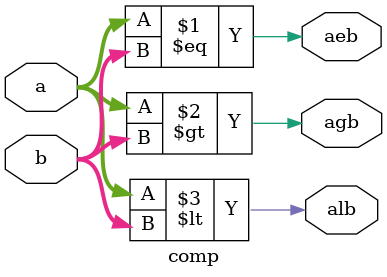
<source format=v>
module comp(input [7:0] a,b,output aeb,agb,alb);
assign aeb=(a==b);
assign agb=(a>b);
assign alb=(a<b);
endmodule

</source>
